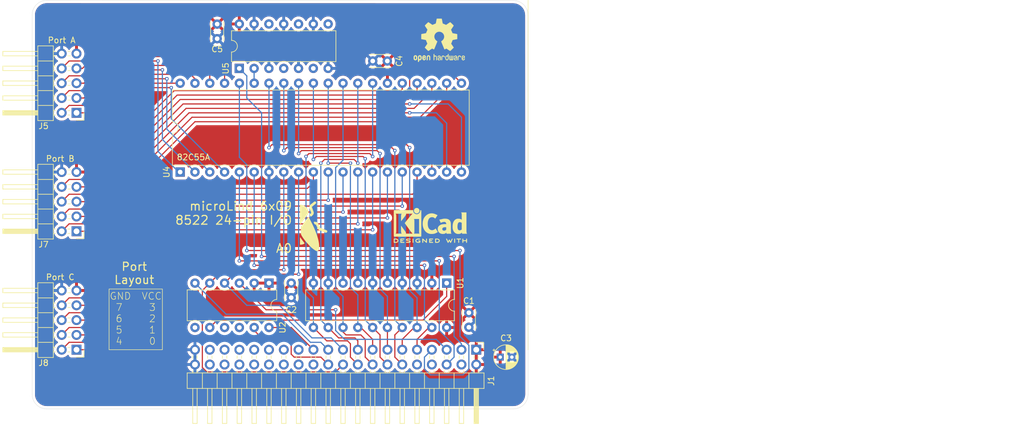
<source format=kicad_pcb>
(kicad_pcb (version 20240108) (generator "pcbnew") (generator_version "8.0")
  (layers (0 "F.Cu" signal) (31 "B.Cu" signal) (34 "B.Paste" user) (35 "F.Paste" user) (36 "B.SilkS" user "B.Silkscreen") (37 "F.SilkS" user "F.Silkscreen") (38 "B.Mask" user) (39 "F.Mask" user) (44 "Edge.Cuts" user))
  (net 0 "")
  (net 1 "GND")
  (net 2 "VCC")
  (net 3 "D7")
  (net 5 "_RD")
  (net 7 "A1")
  (net 10 "A4")
  (net 11 "E")
  (net 12 "_RST")
  (net 13 "A2")
  (net 17 "D3")
  (net 18 "A3")
  (net 20 "IRQ")
  (net 22 "D6")
  (net 23 "D0")
  (net 25 "_EN")
  (net 26 "_WR")
  (net 29 "D5")
  (net 31 "D2")
  (net 32 "D4")
  (net 34 "R{slash}_W")
  (net 35 "A0")
  (net 37 "D1")
  (net 39 "Net-(J5-Pin_1)")
  (net 40 "PA5")
  (net 41 "PA7")
  (net 42 "PA6")
  (net 43 "Net-(J5-Pin_7)")
  (net 44 "Net-(J5-Pin_3)")
  (net 45 "Net-(J5-Pin_5)")
  (net 46 "PA4")
  (net 47 "Net-(U1-G1)")
  (net 48 "PB6")
  (net 49 "PB5")
  (net 50 "PB7")
  (net 51 "Net-(J7-Pin_7)")
  (net 52 "Net-(J7-Pin_1)")
  (net 53 "Net-(J7-Pin_3)")
  (net 54 "PB4")
  (net 55 "Net-(J7-Pin_5)")
  (net 56 "PC6")
  (net 57 "Net-(J8-Pin_5)")
  (net 58 "Net-(J8-Pin_1)")
  (net 59 "PC7")
  (net 60 "Net-(J8-Pin_7)")
  (net 61 "Net-(J8-Pin_3)")
  (net 62 "PC5")
  (net 63 "PC4")
  (net 64 "Net-(U4-RESET)")
  (footprint "Capacitor_THT:CP_Radial_D4.0mm_P2.00mm" (layer "F.Cu") (at 98.087401 87.63)
    (property "Reference" "C3")
    (property "Value" "10µ" (hide yes))
  )
  (footprint "Capacitor_THT:C_Disc_D3.0mm_W2.0mm_P2.50mm" (layer "F.Cu") (at 49.53 30.5 -90)
    (property "Reference" "C5")
    (property "Value" "100n" (hide yes))
  )
  (footprint "Package_DIP:DIP-40_W15.24mm" (layer "F.Cu") (at 43.18 55.88 90)
    (property "Reference" "U4")
    (property "Value" "82C55A")
  )
  (footprint "Connector_PinHeader_2.54mm:PinHeader_2x05_P2.54mm_Horizontal" (layer "F.Cu") (at 25.4 86.36 180)
    (property "Reference" "J8")
    (property "Value" "Port C")
  )
  (footprint "Connector_PinHeader_2.54mm:PinHeader_2x20_P2.54mm_Horizontal" (layer "F.Cu") (at 93.98 86.36 -90)
    (property "Reference" "J1")
    (property "Value" "Conn_02x20_Odd_Even" (hide yes))
  )
  (footprint "Symbol:KiCad-Logo2_5mm_SilkScreen" (layer "F.Cu") (at 86.106 65.024)
    (property "Reference" "REF**" (hide yes))
    (property "Value" "KiCad-Logo2_5mm_SilkScreen" (hide yes))
  )
  (footprint "Package_DIP:DIP-14_W7.62mm" (layer "F.Cu") (at 53.325 38.1 90)
    (property "Reference" "U5")
    (property "Value" "74LS04")
  )
  (footprint "kicad-lib:fly_6mm" (layer "F.Cu") (at 66.04 65.278)
    (property "Reference" "G***" (hide yes))
    (property "Value" "LOGO" (hide yes))
  )
  (footprint "Capacitor_THT:C_Disc_D3.0mm_W2.0mm_P2.50mm" (layer "F.Cu") (at 92.71 80.01 -90)
    (property "Reference" "C1")
    (property "Value" "100n" (hide yes))
  )
  (footprint "Capacitor_THT:C_Disc_D3.0mm_W2.0mm_P2.50mm" (layer "F.Cu") (at 78.72 36.83 180)
    (property "Reference" "C4")
    (property "Value" "100n" (hide yes))
  )
  (footprint "Package_DIP:DIP-12_W7.62mm" (layer "F.Cu") (at 58.42 74.93 -90)
    (property "Reference" "U2")
    (property "Value" "74LS30")
  )
  (footprint "Capacitor_THT:C_Disc_D3.0mm_W2.0mm_P2.50mm" (layer "F.Cu") (at 62.23 74.93 -90)
    (property "Reference" "C2")
    (property "Value" "100n" (hide yes))
  )
  (footprint "Symbol:OSHW-Logo2_9.8x8mm_SilkScreen" (layer "F.Cu") (at 87.63 33.274)
    (property "Reference" "REF**" (hide yes))
    (property "Value" "OSHW-Logo2_9.8x8mm_SilkScreen" (hide yes))
  )
  (footprint "Package_DIP:DIP-20_W7.62mm" (layer "F.Cu") (at 88.9 74.93 -90)
    (property "Reference" "U1")
    (property "Value" "74LS541")
  )
  (footprint "Connector_PinHeader_2.54mm:PinHeader_2x05_P2.54mm_Horizontal" (layer "F.Cu") (at 25.4 45.72 180)
    (property "Reference" "J5")
    (property "Value" "Port A")
  )
  (footprint "Connector_PinHeader_2.54mm:PinHeader_2x05_P2.54mm_Horizontal" (layer "F.Cu") (at 25.4 66.04 180)
    (property "Reference" "J7")
    (property "Value" "Port B")
  )
  (gr_line (start 102.87 86.36) (end 102.87 26.416) (stroke (width 0.1)) (layer "F.SilkS"))
  (gr_rect (start 30.988 75.946) (end 40.132 86.36) (stroke (width 0.1)) (fill none) (layer "F.SilkS"))
  (gr_arc (start 102.87 93.98) (mid 102.126051 95.776051) (end 100.33 96.52) (stroke (width 0.05)) (layer "Edge.Cuts"))
  (gr_arc (start 100.311949 26.434051) (mid 102.108 27.178) (end 102.851949 28.974051) (stroke (width 0.05)) (layer "Edge.Cuts"))
  (gr_line (start 17.78 28.956) (end 17.78 93.98) (stroke (width 0.05)) (layer "Edge.Cuts"))
  (gr_arc (start 17.78 28.956) (mid 18.523949 27.159949) (end 20.32 26.416) (stroke (width 0.05)) (layer "Edge.Cuts"))
  (gr_arc (start 20.32 96.52) (mid 18.523949 95.776051) (end 17.78 93.98) (stroke (width 0.05)) (layer "Edge.Cuts"))
  (gr_line (start 100.311949 26.434051) (end 20.32 26.416) (stroke (width 0.05)) (layer "Edge.Cuts"))
  (gr_line (start 102.87 84.328) (end 102.851949 28.974051) (stroke (width 0.05)) (layer "Edge.Cuts"))
  (gr_line (start 20.32 96.52) (end 100.33 96.52) (stroke (width 0.05)) (layer "Edge.Cuts"))
  (gr_line (start 102.87 93.98) (end 102.87 84.328) (stroke (width 0.05)) (layer "Edge.Cuts"))
  (gr_text "2024-10-26" (at 101.092 36.322 90) (layer "F.Cu") (effects (font (size 1.5 1.5) (thickness 0.1875)) (justify bottom)))
  (gr_text "microLind 6x09\n8522 24-pin I/O\n\nA0" (at 62.484 69.85 0) (layer "F.SilkS") (effects (font (size 1.5 1.5) (thickness 0.2)) (justify right bottom)))
  (gr_text "GND  VCC\n7     3\n6     2\n5     1\n4     0" (at 35.56 81.026 0) (layer "F.SilkS") (effects (font (size 1.2 1.2) (thickness 0.1))))
  (gr_text "Port\nLayout" (at 35.306 75.184 0) (layer "F.SilkS") (effects (font (size 1.4 1.4) (thickness 0.2)) (justify bottom)))
  (segment (start 78.72 36.83) (end 78.74 36.85) (width 0.2) (layer "B.Cu") (net 2))
  (segment (start 71.882 84.836) (end 68.326 84.836) (width 0.2) (layer "F.Cu") (net 3))
  (segment (start 73.66 88.9) (end 72.39 87.63) (width 0.2) (layer "F.Cu") (net 3))
  (segment (start 76.2 53.213) (end 75.692 52.705) (width 0.2) (layer "F.Cu") (net 3))
  (segment (start 65.278 52.705) (end 64.77 53.213) (width 0.2) (layer "F.Cu") (net 3))
  (segment (start 75.692 52.705) (end 65.278 52.705) (width 0.2) (layer "F.Cu") (net 3))
  (segment (start 72.39 85.344) (end 71.882 84.836) (width 0.2) (layer "F.Cu") (net 3))
  (segment (start 68.326 84.836) (end 66.04 82.55) (width 0.2) (layer "F.Cu") (net 3))
  (segment (start 72.39 87.63) (end 72.39 85.344) (width 0.2) (layer "F.Cu") (net 3))
  (via (at 76.2 53.213) (size 0.6) (drill 0.3) (layers "F.Cu" "B.Cu") (net 3))
  (via (at 64.77 53.213) (size 0.6) (drill 0.3) (layers "F.Cu" "B.Cu") (net 3))
  (segment (start 76.2 53.213) (end 76.2 40.64) (width 0.2) (layer "B.Cu") (net 3))
  (segment (start 66.04 77.47) (end 66.04 82.55) (width 0.2) (layer "B.Cu") (net 3))
  (segment (start 64.77 53.213) (end 64.77 76.2) (width 0.2) (layer "B.Cu") (net 3))
  (segment (start 64.77 76.2) (end 66.04 77.47) (width 0.2) (layer "B.Cu") (net 3))
  (segment (start 53.34 71.12) (end 87.63 71.12) (width 0.2) (layer "F.Cu") (net 5))
  (via (at 53.34 71.12) (size 0.6) (drill 0.3) (layers "F.Cu" "B.Cu") (net 5))
  (via (at 87.63 71.12) (size 0.6) (drill 0.3) (layers "F.Cu" "B.Cu") (net 5))
  (segment (start 87.63 83.058) (end 90.17 85.598) (width 0.2) (layer "B.Cu") (net 5))
  (segment (start 90.17 85.598) (end 90.17 87.63) (width 0.2) (layer "B.Cu") (net 5))
  (segment (start 90.17 87.63) (end 88.9 88.9) (width 0.2) (layer "B.Cu") (net 5))
  (segment (start 87.63 71.12) (end 87.63 83.058) (width 0.2) (layer "B.Cu") (net 5))
  (segment (start 53.34 55.88) (end 53.34 71.12) (width 0.2) (layer "B.Cu") (net 5))
  (segment (start 71.12 88.9) (end 69.85 90.17) (width 0.2) (layer "F.Cu") (net 7))
  (segment (start 50.546 72.644) (end 48.26 74.93) (width 0.2) (layer "F.Cu") (net 7))
  (segment (start 47.752 90.17) (end 46.99 89.408) (width 0.2) (layer "F.Cu") (net 7))
  (segment (start 46.99 89.408) (end 46.99 76.2) (width 0.2) (layer "F.Cu") (net 7))
  (segment (start 60.96 72.644) (end 50.546 72.644) (width 0.2) (layer "F.Cu") (net 7))
  (segment (start 69.85 90.17) (end 47.752 90.17) (width 0.2) (layer "F.Cu") (net 7))
  (segment (start 46.99 76.2) (end 48.26 74.93) (width 0.2) (layer "F.Cu") (net 7))
  (via (at 60.96 72.644) (size 0.6) (drill 0.3) (layers "F.Cu" "B.Cu") (net 7))
  (segment (start 60.96 55.88) (end 60.96 72.644) (width 0.2) (layer "B.Cu") (net 7))
  (segment (start 66.04 86.36) (end 62.23 82.55) (width 0.2) (layer "F.Cu") (net 10))
  (segment (start 62.23 82.55) (end 58.42 82.55) (width 0.2) (layer "F.Cu") (net 10))
  (segment (start 90.17 70.358) (end 57.15 70.358) (width 0.2) (layer "F.Cu") (net 12))
  (via (at 57.15 70.358) (size 0.6) (drill 0.3) (layers "F.Cu" "B.Cu") (net 12))
  (via (at 90.17 70.358) (size 0.6) (drill 0.3) (layers "F.Cu" "B.Cu") (net 12))
  (segment (start 90.17 84.074) (end 90.17 70.358) (width 0.2) (layer "B.Cu") (net 12))
  (segment (start 54.61 39.385) (end 53.325 38.1) (width 0.2) (layer "B.Cu") (net 12))
  (segment (start 57.15 45.72) (end 54.61 43.18) (width 0.2) (layer "B.Cu") (net 12))
  (segment (start 91.44 86.36) (end 91.44 85.344) (width 0.2) (layer "B.Cu") (net 12))
  (segment (start 57.15 70.358) (end 57.15 45.72) (width 0.2) (layer "B.Cu") (net 12))
  (segment (start 54.61 43.18) (end 54.61 39.385) (width 0.2) (layer "B.Cu") (net 12))
  (segment (start 91.44 85.344) (end 90.17 84.074) (width 0.2) (layer "B.Cu") (net 12))
  (segment (start 67.31 85.09) (end 65.532 85.09) (width 0.2) (layer "B.Cu") (net 13))
  (segment (start 51.054 80.264) (end 45.72 74.93) (width 0.2) (layer "B.Cu") (net 13))
  (segment (start 68.58 86.36) (end 67.31 85.09) (width 0.2) (layer "B.Cu") (net 13))
  (segment (start 65.532 85.09) (end 60.706 80.264) (width 0.2) (layer "B.Cu") (net 13))
  (segment (start 60.706 80.264) (end 51.054 80.264) (width 0.2) (layer "B.Cu") (net 13))
  (segment (start 74.549 53.213) (end 74.93 53.594) (width 0.2) (layer "F.Cu") (net 17))
  (segment (start 66.548 53.213) (end 74.549 53.213) (width 0.2) (layer "F.Cu") (net 17))
  (segment (start 78.74 88.9) (end 77.47 87.63) (width 0.2) (layer "F.Cu") (net 17))
  (segment (start 77.47 87.63) (end 77.47 83.82) (width 0.2) (layer "F.Cu") (net 17))
  (segment (start 77.47 83.82) (end 76.2 82.55) (width 0.2) (layer "F.Cu") (net 17))
  (segment (start 66.04 53.721) (end 66.548 53.213) (width 0.2) (layer "F.Cu") (net 17))
  (via (at 74.93 53.594) (size 0.6) (drill 0.3) (layers "F.Cu" "B.Cu") (net 17))
  (via (at 66.04 53.721) (size 0.6) (drill 0.3) (layers "F.Cu" "B.Cu") (net 17))
  (segment (start 74.93 81.28) (end 74.93 53.594) (width 0.2) (layer "B.Cu") (net 17))
  (segment (start 76.2 82.55) (end 74.93 81.28) (width 0.2) (layer "B.Cu") (net 17))
  (segment (start 66.04 53.721) (end 66.04 40.64) (width 0.2) (layer "B.Cu") (net 17))
  (segment (start 62.23 87.122) (end 62.23 84.836) (width 0.2) (layer "F.Cu") (net 18))
  (segment (start 62.23 84.836) (end 61.468 84.074) (width 0.2) (layer "F.Cu") (net 18))
  (segment (start 67.31 87.63) (end 62.738 87.63) (width 0.2) (layer "F.Cu") (net 18))
  (segment (start 68.58 88.9) (end 67.31 87.63) (width 0.2) (layer "F.Cu") (net 18))
  (segment (start 56.896 84.074) (end 55.88 83.058) (width 0.2) (layer "F.Cu") (net 18))
  (segment (start 55.88 83.058) (end 55.88 82.55) (width 0.2) (layer "F.Cu") (net 18))
  (segment (start 62.738 87.63) (end 62.23 87.122) (width 0.2) (layer "F.Cu") (net 18))
  (segment (start 61.468 84.074) (end 56.896 84.074) (width 0.2) (layer "F.Cu") (net 18))
  (segment (start 73.025 53.721) (end 67.945 53.721) (width 0.2) (layer "F.Cu") (net 22))
  (segment (start 73.66 84.836) (end 73.152 84.328) (width 0.2) (layer "F.Cu") (net 22))
  (segment (start 67.945 53.721) (end 67.31 54.356) (width 0.2) (layer "F.Cu") (net 22))
  (segment (start 70.358 84.328) (end 68.58 82.55) (width 0.2) (layer "F.Cu") (net 22))
  (segment (start 73.152 84.328) (end 70.358 84.328) (width 0.2) (layer "F.Cu") (net 22))
  (segment (start 73.66 54.356) (end 73.025 53.721) (width 0.2) (layer "F.Cu") (net 22))
  (segment (start 73.66 86.36) (end 73.66 84.836) (width 0.2) (layer "F.Cu") (net 22))
  (via (at 73.66 54.356) (size 0.6) (drill 0.3) (layers "F.Cu" "B.Cu") (net 22))
  (via (at 67.31 54.356) (size 0.6) (drill 0.3) (layers "F.Cu" "B.Cu") (net 22))
  (segment (start 67.31 81.28) (end 68.58 82.55) (width 0.2) (layer "B.Cu") (net 22))
  (segment (start 73.66 54.356) (end 73.66 40.64) (width 0.2) (layer "B.Cu") (net 22))
  (segment (start 67.31 54.356) (end 67.31 81.28) (width 0.2) (layer "B.Cu") (net 22))
  (segment (start 81.28 86.36) (end 81.28 84.582) (width 0.2) (layer "F.Cu") (net 23))
  (segment (start 82.55 51.689) (end 82.042 51.181) (width 0.2) (layer "F.Cu") (net 23))
  (segment (start 82.042 51.181) (end 58.928 51.181) (width 0.2) (layer "F.Cu") (net 23))
  (segment (start 81.28 84.582) (end 83.312 82.55) (width 0.2) (layer "F.Cu") (net 23))
  (segment (start 83.312 82.55) (end 83.82 82.55) (width 0.2) (layer "F.Cu") (net 23))
  (segment (start 58.928 51.181) (end 58.42 51.689) (width 0.2) (layer "F.Cu") (net 23))
  (via (at 58.42 51.689) (size 0.6) (drill 0.3) (layers "F.Cu" "B.Cu") (net 23))
  (via (at 82.55 51.689) (size 0.6) (drill 0.3) (layers "F.Cu" "B.Cu") (net 23))
  (segment (start 82.55 76.2) (end 83.82 77.47) (width 0.2) (layer "B.Cu") (net 23))
  (segment (start 82.55 51.689) (end 82.55 76.2) (width 0.2) (layer "B.Cu") (net 23))
  (segment (start 58.42 51.689) (end 58.42 40.64) (width 0.2) (layer "B.Cu") (net 23))
  (segment (start 83.82 77.47) (end 83.82 82.55) (width 0.2) (layer "B.Cu") (net 23))
  (segment (start 83.82 84.582) (end 85.852 82.55) (width 0.2) (layer "F.Cu") (net 25))
  (segment (start 85.852 82.55) (end 86.36 82.55) (width 0.2) (layer "F.Cu") (net 25))
  (segment (start 55.88 71.882) (end 85.09 71.882) (width 0.2) (layer "F.Cu") (net 25))
  (segment (start 83.82 86.36) (end 83.82 84.582) (width 0.2) (layer "F.Cu") (net 25))
  (via (at 85.09 71.882) (size 0.6) (drill 0.3) (layers "F.Cu" "B.Cu") (net 25))
  (via (at 55.88 71.882) (size 0.6) (drill 0.3) (layers "F.Cu" "B.Cu") (net 25))
  (segment (start 85.09 71.882) (end 85.09 81.28) (width 0.2) (layer "B.Cu") (net 25))
  (segment (start 85.09 81.28) (end 86.36 82.55) (width 0.2) (layer "B.Cu") (net 25))
  (segment (start 55.88 55.88) (end 55.88 71.882) (width 0.2) (layer "B.Cu") (net 25))
  (segment (start 54.61 69.342) (end 91.186 69.342) (width 0.2) (layer "F.Cu") (net 26))
  (via (at 91.186 69.342) (size 0.6) (drill 0.3) (layers "F.Cu" "B.Cu") (net 26))
  (via (at 54.61 69.342) (size 0.6) (drill 0.3) (layers "F.Cu" "B.Cu") (net 26))
  (segment (start 86.106 90.678) (end 85.09 89.662) (width 0.2) (layer "B.Cu") (net 26))
  (segment (start 53.34 53.34) (end 54.61 54.61) (width 0.2) (layer "B.Cu") (net 26))
  (segment (start 85.09 87.63) (end 86.36 86.36) (width 0.2) (layer "B.Cu") (net 26))
  (segment (start 53.34 40.64) (end 53.34 53.34) (width 0.2) (layer "B.Cu") (net 26))
  (segment (start 91.694 90.678) (end 86.106 90.678) (width 0.2) (layer "B.Cu") (net 26))
  (segment (start 92.71 89.662) (end 91.694 90.678) (width 0.2) (layer "B.Cu") (net 26))
  (segment (start 92.71 85.598) (end 92.71 89.662) (width 0.2) (layer "B.Cu") (net 26))
  (segment (start 85.09 89.662) (end 85.09 87.63) (width 0.2) (layer "B.Cu") (net 26))
  (segment (start 54.61 54.61) (end 54.61 69.342) (width 0.2) (layer "B.Cu") (net 26))
  (segment (start 91.186 69.342) (end 91.186 84.074) (width 0.2) (layer "B.Cu") (net 26))
  (segment (start 91.186 84.074) (end 92.71 85.598) (width 0.2) (layer "B.Cu") (net 26))
  (segment (start 71.628 83.82) (end 71.12 83.312) (width 0.2) (layer "F.Cu") (net 29))
  (segment (start 74.93 84.582) (end 74.168 83.82) (width 0.2) (layer "F.Cu") (net 29))
  (segment (start 74.168 83.82) (end 71.628 83.82) (width 0.2) (layer "F.Cu") (net 29))
  (segment (start 71.12 83.312) (end 71.12 82.55) (width 0.2) (layer "F.Cu") (net 29))
  (segment (start 74.93 87.63) (end 74.93 84.582) (width 0.2) (layer "F.Cu") (net 29))
  (segment (start 76.2 88.9) (end 74.93 87.63) (width 0.2) (layer "F.Cu") (net 29))
  (segment (start 71.12 53.848) (end 71.12 40.64) (width 0.2) (layer "B.Cu") (net 29))
  (segment (start 69.85 55.118) (end 71.12 53.848) (width 0.2) (layer "B.Cu") (net 29))
  (segment (start 71.12 77.216) (end 69.85 75.946) (width 0.2) (layer "B.Cu") (net 29))
  (segment (start 71.12 82.55) (end 71.12 77.216) (width 0.2) (layer "B.Cu") (net 29))
  (segment (start 69.85 75.946) (end 69.85 55.118) (width 0.2) (layer "B.Cu") (net 29))
  (segment (start 78.74 86.36) (end 78.74 82.55) (width 0.2) (layer "F.Cu") (net 31))
  (segment (start 76.962 52.197) (end 64.008 52.197) (width 0.2) (layer "F.Cu") (net 31))
  (segment (start 64.008 52.197) (end 63.5 52.705) (width 0.2) (layer "F.Cu") (net 31))
  (segment (start 77.47 52.705) (end 76.962 52.197) (width 0.2) (layer "F.Cu") (net 31))
  (via (at 77.47 52.705) (size 0.6) (drill 0.3) (layers "F.Cu" "B.Cu") (net 31))
  (via (at 63.5 52.705) (size 0.6) (drill 0.3) (layers "F.Cu" "B.Cu") (net 31))
  (segment (start 77.47 52.705) (end 77.47 75.946) (width 0.2) (layer "B.Cu") (net 31))
  (segment (start 77.47 75.946) (end 78.74 77.216) (width 0.2) (layer "B.Cu") (net 31))
  (segment (start 78.74 77.216) (end 78.74 82.55) (width 0.2) (layer "B.Cu") (net 31))
  (segment (start 63.5 52.705) (end 63.5 40.64) (width 0.2) (layer "B.Cu") (net 31))
  (segment (start 74.168 82.55) (end 73.66 82.55) (width 0.2) (layer "F.Cu") (net 32))
  (segment (start 72.39 54.356) (end 68.58 54.356) (width 0.2) (layer "F.Cu") (net 32))
  (segment (start 76.2 86.36) (end 76.2 84.582) (width 0.2) (layer "F.Cu") (net 32))
  (segment (start 76.2 84.582) (end 74.168 82.55) (width 0.2) (layer "F.Cu") (net 32))
  (via (at 68.58 54.356) (size 0.6) (drill 0.3) (layers "F.Cu" "B.Cu") (net 32))
  (via (at 72.39 54.356) (size 0.6) (drill 0.3) (layers "F.Cu" "B.Cu") (net 32))
  (segment (start 73.66 82.55) (end 73.66 76.962) (width 0.2) (layer "B.Cu") (net 32))
  (segment (start 73.66 76.962) (end 72.39 75.692) (width 0.2) (layer "B.Cu") (net 32))
  (segment (start 68.58 54.356) (end 68.58 40.64) (width 0.2) (layer "B.Cu") (net 32))
  (segment (start 72.39 75.692) (end 72.39 54.356) (width 0.2) (layer "B.Cu") (net 32))
  (segment (start 69.85 79.502) (end 57.912 79.502) (width 0.2) (layer "F.Cu") (net 34))
  (segment (start 57.912 79.502) (end 53.34 74.93) (width 0.2) (layer "F.Cu") (net 34))
  (via (at 69.85 79.502) (size 0.6) (drill 0.3) (layers "F.Cu" "B.Cu") (net 34))
  (segment (start 69.85 83.058) (end 69.85 79.502) (width 0.2) (layer "B.Cu") (net 34))
  (segment (start 88.9 86.36) (end 87.122 84.582) (width 0.2) (layer "B.Cu") (net 34))
  (segment (start 87.122 84.582) (end 71.374 84.582) (width 0.2) (layer "B.Cu") (net 34))
  (segment (start 71.374 84.582) (end 69.85 83.058) (width 0.2) (layer "B.Cu") (net 34))
  (segment (start 52.324 73.406) (end 50.8 74.93) (width 0.2) (layer "F.Cu") (net 35))
  (segment (start 63.5 73.406) (end 52.324 73.406) (width 0.2) (layer "F.Cu") (net 35))
  (via (at 63.5 73.406) (size 0.6) (drill 0.3) (layers "F.Cu" "B.Cu") (net 35))
  (segment (start 65.786 84.328) (end 60.198 78.74) (width 0.2) (layer "B.Cu") (net 35))
  (segment (start 60.198 78.74) (end 54.61 78.74) (width 0.2) (layer "B.Cu") (net 35))
  (segment (start 69.088 84.328) (end 65.786 84.328) (width 0.2) (layer "B.Cu") (net 35))
  (segment (start 54.61 78.74) (end 50.8 74.93) (width 0.2) (layer "B.Cu") (net 35))
  (segment (start 71.12 86.36) (end 69.088 84.328) (width 0.2) (layer "B.Cu") (net 35))
  (segment (start 63.5 55.88) (end 63.5 73.406) (width 0.2) (layer "B.Cu") (net 35))
  (segment (start 80.01 83.82) (end 81.28 82.55) (width 0.2) (layer "F.Cu") (net 37))
  (segment (start 61.468 51.689) (end 60.96 52.197) (width 0.2) (layer "F.Cu") (net 37))
  (segment (start 81.28 88.9) (end 80.01 87.63) (width 0.2) (layer "F.Cu") (net 37))
  (segment (start 79.502 51.689) (end 61.468 51.689) (width 0.2) (layer "F.Cu") (net 37))
  (segment (start 80.01 87.63) (end 80.01 83.82) (width 0.2) (layer "F.Cu") (net 37))
  (segment (start 80.01 52.197) (end 79.502 51.689) (width 0.2) (layer "F.Cu") (net 37))
  (via (at 60.96 52.197) (size 0.6) (drill 0.3) (layers "F.Cu" "B.Cu") (net 37))
  (via (at 80.01 52.197) (size 0.6) (drill 0.3) (layers "F.Cu" "B.Cu") (net 37))
  (via (at 60.96 52.197) (size 0.6) (drill 0.3) (layers "F.Cu" "B.Cu") (net 37))
  (segment (start 60.96 52.197) (end 60.96 40.64) (width 0.2) (layer "B.Cu") (net 37))
  (segment (start 80.01 52.197) (end 80.01 81.28) (width 0.2) (layer "B.Cu") (net 37))
  (segment (start 80.01 81.28) (end 81.28 82.55) (width 0.2) (layer "B.Cu") (net 37))
  (segment (start 31.242 41.402) (end 26.924 45.72) (width 0.2) (layer "F.Cu") (net 39))
  (segment (start 41.656 41.402) (end 31.242 41.402) (width 0.2) (layer "F.Cu") (net 39))
  (segment (start 26.924 45.72) (end 25.4 45.72) (width 0.2) (layer "F.Cu") (net 39))
  (via (at 41.656 41.402) (size 0.6) (drill 0.3) (layers "F.Cu" "B.Cu") (net 39))
  (segment (start 41.656 41.402) (end 41.656 46.736) (width 0.2) (layer "B.Cu") (net 39))
  (segment (start 41.656 46.736) (end 50.8 55.88) (width 0.2) (layer "B.Cu") (net 39))
  (segment (start 44.958 39.116) (end 29.464 39.116) (width 0.2) (layer "F.Cu") (net 40))
  (segment (start 26.67 41.91) (end 24.13 41.91) (width 0.2) (layer "F.Cu") (net 40))
  (segment (start 45.72 40.64) (end 45.72 39.878) (width 0.2) (layer "F.Cu") (net 40))
  (segment (start 24.13 41.91) (end 22.86 43.18) (width 0.2) (layer "F.Cu") (net 40))
  (segment (start 45.72 39.878) (end 44.958 39.116) (width 0.2) (layer "F.Cu") (net 40))
  (segment (start 29.464 39.116) (end 26.67 41.91) (width 0.2) (layer "F.Cu") (net 40))
  (segment (start 50.8 40.64) (end 50.8 38.1) (width 0.2) (layer "F.Cu") (net 41))
  (segment (start 50.8 38.1) (end 48.768 36.068) (width 0.2) (layer "F.Cu") (net 41))
  (segment (start 27.051 36.068) (end 26.289 36.83) (width 0.2) (layer "F.Cu") (net 41))
  (segment (start 24.13 36.83) (end 22.86 38.1) (width 0.2) (layer "F.Cu") (net 41))
  (segment (start 26.289 36.83) (end 24.13 36.83) (width 0.2) (layer "F.Cu") (net 41))
  (segment (start 48.768 36.068) (end 27.051 36.068) (width 0.2) (layer "F.Cu") (net 41))
  (segment (start 26.162 39.37) (end 24.13 39.37) (width 0.2) (layer "F.Cu") (net 42))
  (segment (start 27.94 37.592) (end 26.162 39.37) (width 0.2) (layer "F.Cu") (net 42))
  (segment (start 47.498 37.592) (end 27.94 37.592) (width 0.2) (layer "F.Cu") (net 42))
  (segment (start 24.13 39.37) (end 22.86 40.64) (width 0.2) (layer "F.Cu") (net 42))
  (segment (start 48.26 40.64) (end 48.26 38.354) (width 0.2) (layer "F.Cu") (net 42))
  (segment (start 48.26 38.354) (end 47.498 37.592) (width 0.2) (layer "F.Cu") (net 42))
  (segment (start 26.416 38.1) (end 25.4 38.1) (width 0.2) (layer "F.Cu") (net 43))
  (segment (start 27.686 36.83) (end 26.416 38.1) (width 0.2) (layer "F.Cu") (net 43))
  (segment (start 39.37 36.83) (end 27.686 36.83) (width 0.2) (layer "F.Cu") (net 43))
  (via (at 39.37 36.83) (size 0.6) (drill 0.3) (layers "F.Cu" "B.Cu") (net 43))
  (segment (start 39.37 52.324) (end 42.926 55.88) (width 0.2) (layer "B.Cu") (net 43))
  (segment (start 39.37 36.83) (end 39.37 52.324) (width 0.2) (layer "B.Cu") (net 43))
  (segment (start 42.926 55.88) (end 43.18 55.88) (width 0.2) (layer "B.Cu") (net 43))
  (segment (start 40.894 39.878) (end 29.972 39.878) (width 0.2) (layer "F.Cu") (net 44))
  (segment (start 26.67 43.18) (end 25.4 43.18) (width 0.2) (layer "F.Cu") (net 44))
  (segment (start 29.972 39.878) (end 26.67 43.18) (width 0.2) (layer "F.Cu") (net 44))
  (via (at 40.894 39.878) (size 0.6) (drill 0.3) (layers "F.Cu" "B.Cu") (net 44))
  (via (at 40.894 39.878) (size 0.6) (drill 0.3) (layers "F.Cu" "B.Cu") (net 44))
  (segment (start 40.894 39.878) (end 40.894 48.514) (width 0.2) (layer "B.Cu") (net 44))
  (segment (start 40.894 48.514) (end 48.26 55.88) (width 0.2) (layer "B.Cu") (net 44))
  (segment (start 40.132 38.354) (end 28.956 38.354) (width 0.2) (layer "F.Cu") (net 45))
  (segment (start 28.956 38.354) (end 26.67 40.64) (width 0.2) (layer "F.Cu") (net 45))
  (segment (start 26.67 40.64) (end 25.4 40.64) (width 0.2) (layer "F.Cu") (net 45))
  (via (at 40.132 38.354) (size 0.6) (drill 0.3) (layers "F.Cu" "B.Cu") (net 45))
  (segment (start 40.132 38.354) (end 40.132 50.292) (width 0.2) (layer "B.Cu") (net 45))
  (segment (start 40.132 50.292) (end 45.72 55.88) (width 0.2) (layer "B.Cu") (net 45))
  (segment (start 30.734 40.64) (end 26.924 44.45) (width 0.2) (layer "F.Cu") (net 46))
  (segment (start 26.924 44.45) (end 24.13 44.45) (width 0.2) (layer "F.Cu") (net 46))
  (segment (start 24.13 44.45) (end 22.86 45.72) (width 0.2) (layer "F.Cu") (net 46))
  (segment (start 43.18 40.64) (end 30.734 40.64) (width 0.2) (layer "F.Cu") (net 46))
  (segment (start 88.9 74.93) (end 88.9 77.216) (width 0.2) (layer "F.Cu") (net 47))
  (segment (start 84.836 81.28) (end 49.53 81.28) (width 0.2) (layer "F.Cu") (net 47))
  (segment (start 88.9 77.216) (end 84.836 81.28) (width 0.2) (layer "F.Cu") (net 47))
  (segment (start 49.53 81.28) (end 48.26 82.55) (width 0.2) (layer "F.Cu") (net 47))
  (segment (start 83.82 41.91) (end 82.296 43.434) (width 0.2) (layer "F.Cu") (net 48))
  (segment (start 26.924 59.69) (end 24.13 59.69) (width 0.2) (layer "F.Cu") (net 48))
  (segment (start 43.18 43.434) (end 26.924 59.69) (width 0.2) (layer "F.Cu") (net 48))
  (segment (start 24.13 59.69) (end 22.86 60.96) (width 0.2) (layer "F.Cu") (net 48))
  (segment (start 82.296 43.434) (end 43.18 43.434) (width 0.2) (layer "F.Cu") (net 48))
  (segment (start 83.82 40.64) (end 83.82 41.91) (width 0.2) (layer "F.Cu") (net 48))
  (segment (start 83.312 44.958) (end 44.196 44.958) (width 0.2) (layer "F.Cu") (net 49))
  (segment (start 26.924 62.23) (end 24.13 62.23) (width 0.2) (layer "F.Cu") (net 49))
  (segment (start 86.36 41.91) (end 83.312 44.958) (width 0.2) (layer "F.Cu") (net 49))
  (segment (start 44.196 44.958) (end 26.924 62.23) (width 0.2) (layer "F.Cu") (net 49))
  (segment (start 86.36 40.64) (end 86.36 41.91) (width 0.2) (layer "F.Cu") (net 49))
  (segment (start 24.13 62.23) (end 22.86 63.5) (width 0.2) (layer "F.Cu") (net 49))
  (segment (start 81.28 40.64) (end 81.28 41.656) (width 0.2) (layer "F.Cu") (net 50))
  (segment (start 81.026 41.91) (end 42.164 41.91) (width 0.2) (layer "F.Cu") (net 50))
  (segment (start 81.28 41.656) (end 81.026 41.91) (width 0.2) (layer "F.Cu") (net 50))
  (segment (start 24.13 57.15) (end 22.86 58.42) (width 0.2) (layer "F.Cu") (net 50))
  (segment (start 26.924 57.15) (end 24.13 57.15) (width 0.2) (layer "F.Cu") (net 50))
  (segment (start 42.164 41.91) (end 26.924 57.15) (width 0.2) (layer "F.Cu") (net 50))
  (segment (start 89.916 39.116) (end 83.312 39.116) (width 0.2) (layer "F.Cu") (net 51))
  (segment (start 82.55 39.878) (end 82.55 41.656) (width 0.2) (layer "F.Cu") (net 51))
  (segment (start 42.672 42.672) (end 26.924 58.42) (width 0.2) (layer "F.Cu") (net 51))
  (segment (start 82.55 41.656) (end 81.534 42.672) (width 0.2) (layer "F.Cu") (net 51))
  (segment (start 81.534 42.672) (end 42.672 42.672) (width 0.2) (layer "F.Cu") (net 51))
  (segment (start 91.44 40.64) (end 89.916 39.116) (width 0.2) (layer "F.Cu") (net 51))
  (segment (start 26.924 58.42) (end 25.4 58.42) (width 0.2) (layer "F.Cu") (net 51))
  (segment (start 83.312 39.116) (end 82.55 39.878) (width 0.2) (layer "F.Cu") (net 51))
  (segment (start 86.36 49.276) (end 86.36 55.88) (width 0.2) (layer "F.Cu") (net 52))
  (segment (start 84.328 47.244) (end 86.36 49.276) (width 0.2) (layer "F.Cu") (net 52))
  (segment (start 45.72 47.244) (end 84.328 47.244) (width 0.2) (layer "F.Cu") (net 52))
  (segment (start 26.924 66.04) (end 45.72 47.244) (width 0.2) (layer "F.Cu") (net 52))
  (segment (start 25.4 66.04) (end 26.924 66.04) (width 0.2) (layer "F.Cu") (net 52))
  (segment (start 44.704 45.72) (end 26.924 63.5) (width 0.2) (layer "F.Cu") (net 53))
  (segment (start 82.55 45.72) (end 44.704 45.72) (width 0.2) (layer "F.Cu") (net 53))
  (segment (start 26.924 63.5) (end 25.4 63.5) (width 0.2) (layer "F.Cu") (net 53))
  (via (at 82.55 45.72) (size 0.6) (drill 0.3) (layers "F.Cu" "B.Cu") (net 53))
  (segment (start 88.9 55.88) (end 88.9 47.498) (width 0.2) (layer "B.Cu") (net 53))
  (segment (start 87.122 45.72) (end 82.55 45.72) (width 0.2) (layer "B.Cu") (net 53))
  (segment (start 88.9 47.498) (end 87.122 45.72) (width 0.2) (layer "B.Cu") (net 53))
  (segment (start 84.328 46.482) (end 45.212 46.482) (width 0.2) (layer "F.Cu") (net 54))
  (segment (start 45.212 46.482) (end 26.924 64.77) (width 0.2) (layer "F.Cu") (net 54))
  (segment (start 26.924 64.77) (end 24.13 64.77) (width 0.2) (layer "F.Cu") (net 54))
  (segment (start 88.9 40.64) (end 88.9 41.91) (width 0.2) (layer "F.Cu") (net 54))
  (segment (start 24.13 64.77) (end 22.86 66.04) (width 0.2) (layer "F.Cu") (net 54))
  (segment (start 88.9 41.91) (end 84.328 46.482) (width 0.2) (layer "F.Cu") (net 54))
  (segment (start 43.688 44.196) (end 82.55 44.196) (width 0.2) (layer "F.Cu") (net 55))
  (segment (start 25.4 60.96) (end 26.924 60.96) (width 0.2) (layer "F.Cu") (net 55))
  (segment (start 26.924 60.96) (end 43.688 44.196) (width 0.2) (layer "F.Cu") (net 55))
  (via (at 82.55 44.196) (size 0.6) (drill 0.3) (layers "F.Cu" "B.Cu") (net 55))
  (segment (start 91.44 46.482) (end 91.44 55.88) (width 0.2) (layer "B.Cu") (net 55))
  (segment (start 89.154 44.196) (end 91.44 46.482) (width 0.2) (layer "B.Cu") (net 55))
  (segment (start 82.55 44.196) (end 89.154 44.196) (width 0.2) (layer "B.Cu") (net 55))
  (segment (start 46.482 60.706) (end 68.58 60.706) (width 0.2) (layer "F.Cu") (net 56))
  (segment (start 22.86 81.28) (end 24.13 80.01) (width 0.2) (layer "F.Cu") (net 56))
  (segment (start 27.178 80.01) (end 46.482 60.706) (width 0.2) (layer "F.Cu") (net 56))
  (segment (start 24.13 80.01) (end 27.178 80.01) (width 0.2) (layer "F.Cu") (net 56))
  (via (at 68.58 60.706) (size 0.6) (drill 0.3) (layers "F.Cu" "B.Cu") (net 56))
  (segment (start 68.58 60.706) (end 68.58 55.88) (width 0.2) (layer "B.Cu") (net 56))
  (segment (start 27.178 81.28) (end 46.736 61.722) (width 0.2) (layer "F.Cu") (net 57))
  (segment (start 25.4 81.28) (end 27.178 81.28) (width 0.2) (layer "F.Cu") (net 57))
  (segment (start 46.736 61.722) (end 81.28 61.722) (width 0.2) (layer "F.Cu") (net 57))
  (via (at 81.28 61.722) (size 0.6) (drill 0.3) (layers "F.Cu" "B.Cu") (net 57))
  (segment (start 81.28 61.722) (end 81.28 55.88) (width 0.2) (layer "B.Cu") (net 57))
  (segment (start 76.2 65.786) (end 47.752 65.786) (width 0.2) (layer "F.Cu") (net 58))
  (segment (start 47.752 65.786) (end 27.178 86.36) (width 0.2) (layer "F.Cu") (net 58))
  (segment (start 27.178 86.36) (end 25.4 86.36) (width 0.2) (layer "F.Cu") (net 58))
  (via (at 76.2 65.786) (size 0.6) (drill 0.3) (layers "F.Cu" "B.Cu") (net 58))
  (segment (start 76.2 65.786) (end 76.2 55.88) (width 0.2) (layer "B.Cu") (net 58))
  (segment (start 45.974 58.674) (end 27.178 77.47) (width 0.2) (layer "F.Cu") (net 59))
  (segment (start 27.178 77.47) (end 24.13 77.47) (width 0.2) (layer "F.Cu") (net 59))
  (segment (start 66.04 55.88) (end 66.04 57.658) (width 0.2) (layer "F.Cu") (net 59))
  (segment (start 24.13 77.47) (end 22.86 78.74) (width 0.2) (layer "F.Cu") (net 59))
  (segment (start 66.04 57.658) (end 65.024 58.674) (width 0.2) (layer "F.Cu") (net 59))
  (segment (start 65.024 58.674) (end 45.974 58.674) (width 0.2) (layer "F.Cu") (net 59))
  (segment (start 27.178 78.74) (end 46.228 59.69) (width 0.2) (layer "F.Cu") (net 60))
  (segment (start 46.228 59.69) (end 83.058 59.69) (width 0.2) (layer "F.Cu") (net 60))
  (segment (start 83.058 59.69) (end 83.82 58.928) (width 0.2) (layer "F.Cu") (net 60))
  (segment (start 25.4 78.74) (end 27.178 78.74) (width 0.2) (layer "F.Cu") (net 60))
  (segment (start 83.82 58.928) (end 83.82 55.88) (width 0.2) (layer "F.Cu") (net 60))
  (segment (start 47.244 63.754) (end 78.74 63.754) (width 0.2) (layer "F.Cu") (net 61))
  (segment (start 25.4 83.82) (end 27.178 83.82) (width 0.2) (layer "F.Cu") (net 61))
  (segment (start 27.178 83.82) (end 47.244 63.754) (width 0.2) (layer "F.Cu") (net 61))
  (via (at 78.74 63.754) (size 0.6) (drill 0.3) (layers "F.Cu" "B.Cu") (net 61))
  (segment (start 78.74 63.754) (end 78.74 55.88) (width 0.2) (layer "B.Cu") (net 61))
  (segment (start 46.99 62.738) (end 71.12 62.738) (width 0.2) (layer "F.Cu") (net 62))
  (segment (start 27.178 82.55) (end 46.99 62.738) (width 0.2) (layer "F.Cu") (net 62))
  (segment (start 22.86 83.82) (end 24.13 82.55) (width 0.2) (layer "F.Cu") (net 62))
  (segment (start 24.13 82.55) (end 27.178 82.55) (width 0.2) (layer "F.Cu") (net 62))
  (via (at 71.12 62.738) (size 0.6) (drill 0.3) (layers "F.Cu" "B.Cu") (net 62))
  (segment (start 71.12 62.738) (end 71.12 55.88) (width 0.2) (layer "B.Cu") (net 62))
  (segment (start 24.13 85.09) (end 22.86 86.36) (width 0.2) (layer "F.Cu") (net 63))
  (segment (start 47.498 64.77) (end 27.178 85.09) (width 0.2) (layer "F.Cu") (net 63))
  (segment (start 73.66 64.77) (end 47.498 64.77) (width 0.2) (layer "F.Cu") (net 63))
  (segment (start 27.178 85.09) (end 24.13 85.09) (width 0.2) (layer "F.Cu") (net 63))
  (via (at 73.66 64.77) (size 0.6) (drill 0.3) (layers "F.Cu" "B.Cu") (net 63))
  (segment (start 73.66 64.77) (end 73.66 55.88) (width 0.2) (layer "B.Cu") (net 63))
  (segment (start 55.865 38.1) (end 55.865 40.625) (width 0.2) (layer "B.Cu") (net 64))
  (segment (start 55.865 40.625) (end 55.88 40.64) (width 0.2) (layer "B.Cu") (net 64))
  (zone (net 2) (net_name "VCC") (layer "F.Cu") (priority 1) (connect_pads (clearance 0.5)) (min_thickness 0.25) (fill yes (thermal_gap 0.5) (thermal_bridge_width 0.5))
    (polygon (pts (xy 17.78 26.416) (xy 17.78 96.52) (xy 102.87 96.52) (xy 102.87 26.416)))
  )
  (zone (net 1) (net_name "GND") (layer "B.Cu") (connect_pads (clearance 0.5)) (min_thickness 0.25) (fill yes (thermal_gap 0.5) (thermal_bridge_width 0.5))
    (polygon (pts (xy 17.78 96.52) (xy 17.78 26.416) (xy 187.96 26.416) (xy 187.96 86.36) (xy 105.41 86.36) (xy 102.87 88.9) (xy 102.87 96.52)))
  )
)
</source>
